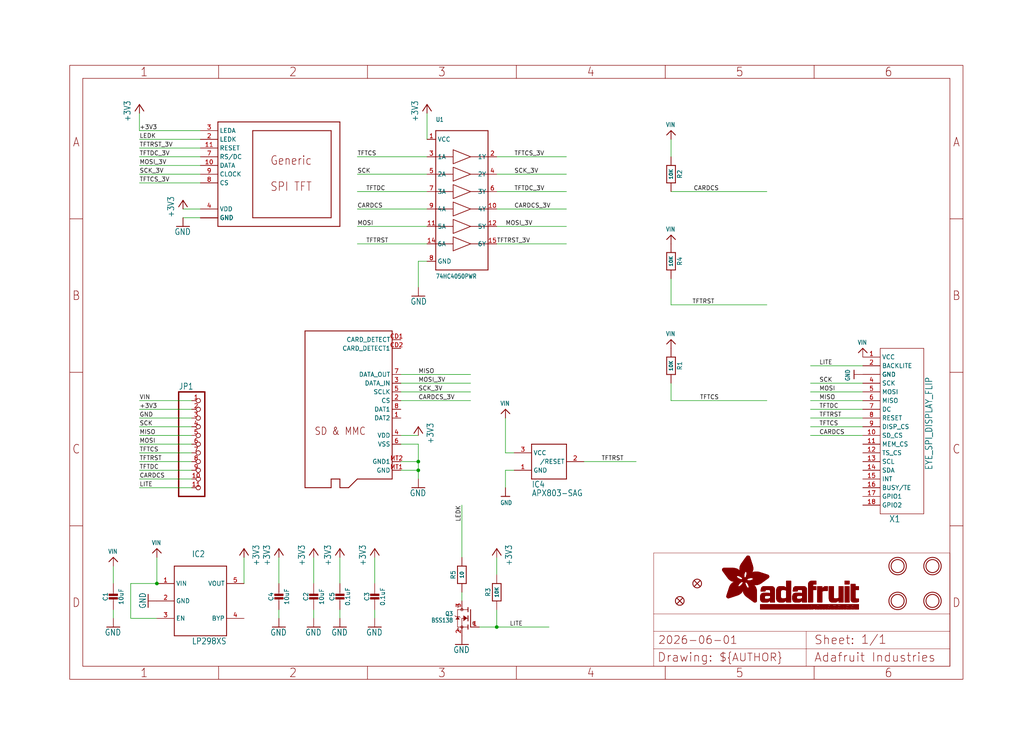
<source format=kicad_sch>
(kicad_sch (version 20230121) (generator eeschema)
  (paper "User" 298.45 217.322)
  (lib_symbols
    (symbol "working-eagle-import:+3V3" (power)
      (property "Value" "+3V3" (at -2.54 -5.08 90))
      (symbol "+3V3_1_0"
        (pin power_in line (at 0 -2.54 90) (length 2.54) (name "+3V3") (number "1"))
      )
    )
    (symbol "working-eagle-import:74HC4050DTSSOP"
      (property "Reference" "U" (at -7.62 22.86 0))
      (symbol "74HC4050DTSSOP_1_0"
        (pin bidirectional line (at -10.16 17.78 0) (length 2.54) (name "VCC") (number "1"))
        (pin bidirectional line (at 10.16 -2.54 180) (length 2.54) (name "4Y") (number "10"))
        (pin bidirectional line (at -10.16 -7.62 0) (length 2.54) (name "5A") (number "11"))
        (pin bidirectional line (at 10.16 -7.62 180) (length 2.54) (name "5Y") (number "12"))
        (pin bidirectional line (at -10.16 -12.7 0) (length 2.54) (name "6A") (number "14"))
        (pin bidirectional line (at 10.16 -12.7 180) (length 2.54) (name "6Y") (number "15"))
        (pin bidirectional line (at 10.16 12.7 180) (length 2.54) (name "1Y") (number "2"))
        (pin bidirectional line (at -10.16 12.7 0) (length 2.54) (name "1A") (number "3"))
        (pin bidirectional line (at 10.16 7.62 180) (length 2.54) (name "2Y") (number "4"))
        (pin bidirectional line (at -10.16 7.62 0) (length 2.54) (name "2A") (number "5"))
        (pin bidirectional line (at 10.16 2.54 180) (length 2.54) (name "3Y") (number "6"))
        (pin bidirectional line (at -10.16 2.54 0) (length 2.54) (name "3A") (number "7"))
        (pin bidirectional line (at -10.16 -17.78 0) (length 2.54) (name "GND") (number "8"))
        (pin bidirectional line (at -10.16 -2.54 0) (length 2.54) (name "4A") (number "9"))
      )
    )
    (symbol "working-eagle-import:AXP083-SAG"
      (property "Reference" "IC" (at -5.08 -7.62 0))
      (symbol "AXP083-SAG_1_0"
        (pin power_in line (at -10.16 -2.54 0) (length 5.08) (name "GND") (number "1"))
        (pin output line (at 10.16 0 180) (length 5.08) (name "/RESET") (number "2"))
        (pin power_in line (at -10.16 2.54 0) (length 5.08) (name "VCC") (number "3"))
      )
    )
    (symbol "working-eagle-import:CAP_CERAMIC0603_NO"
      (property "Reference" "C" (at -2.29 1.25 90))
      (symbol "CAP_CERAMIC0603_NO_1_0"
        (pin passive line (at 0 5.08 270) (length 2.54) (name "1") (number "1"))
        (pin passive line (at 0 -2.54 90) (length 2.54) (name "2") (number "2"))
      )
    )
    (symbol "working-eagle-import:CAP_CERAMIC0805-NOOUTLINE"
      (property "Reference" "C" (at -2.29 1.25 90))
      (symbol "CAP_CERAMIC0805-NOOUTLINE_1_0"
        (pin passive line (at 0 5.08 270) (length 2.54) (name "1") (number "1"))
        (pin passive line (at 0 -2.54 90) (length 2.54) (name "2") (number "2"))
      )
    )
    (symbol "working-eagle-import:DISP_LCD_GENERIC_SPI_1.69_WRAPUNDER"
      (symbol "DISP_LCD_GENERIC_SPI_1.69_WRAPUNDER_1_0"
        (text "Generic" (at -5.08 2.54 0) (effects (font (size 2.54 2.159)) (justify left bottom)))
        (text "SPI TFT" (at -5.08 -5.08 0) (effects (font (size 2.54 2.159)) (justify left bottom)))
        (pin power_in line (at -25.4 -12.7 0) (length 5.08) (name "GND") (number "1"))
        (pin bidirectional line (at -25.4 2.54 0) (length 5.08) (name "DATA") (number "10"))
        (pin input line (at -25.4 7.62 0) (length 5.08) (name "RESET") (number "11"))
        (pin power_in line (at -25.4 -12.7 0) (length 5.08) (name "GND") (number "12"))
        (pin input line (at -25.4 10.16 0) (length 5.08) (name "LEDK") (number "2"))
        (pin input line (at -25.4 12.7 0) (length 5.08) (name "LEDA") (number "3"))
        (pin power_in line (at -25.4 -10.16 0) (length 5.08) (name "VDD") (number "4"))
        (pin power_in line (at -25.4 -12.7 0) (length 5.08) (name "GND") (number "5"))
        (pin power_in line (at -25.4 -12.7 0) (length 5.08) (name "GND") (number "6"))
        (pin input line (at -25.4 5.08 0) (length 5.08) (name "RS/DC") (number "7"))
        (pin input line (at -25.4 -2.54 0) (length 5.08) (name "CS") (number "8"))
        (pin input line (at -25.4 0 0) (length 5.08) (name "CLOCK") (number "9"))
      )
    )
    (symbol "working-eagle-import:EYE_SPI_DISPLAY_FLIP"
      (property "Reference" "X" (at 2.54 -27.94 0))
      (symbol "EYE_SPI_DISPLAY_FLIP_1_0"
        (pin power_in line (at -5.08 20.32 0) (length 5.08) (name "VCC") (number "1"))
        (pin input line (at -5.08 -2.54 0) (length 5.08) (name "SD_CS") (number "10"))
        (pin input line (at -5.08 -5.08 0) (length 5.08) (name "MEM_CS") (number "11"))
        (pin input line (at -5.08 -7.62 0) (length 5.08) (name "TS_CS") (number "12"))
        (pin input line (at -5.08 -10.16 0) (length 5.08) (name "SCL") (number "13"))
        (pin bidirectional line (at -5.08 -12.7 0) (length 5.08) (name "SDA") (number "14"))
        (pin output line (at -5.08 -15.24 0) (length 5.08) (name "INT") (number "15"))
        (pin output line (at -5.08 -17.78 0) (length 5.08) (name "BUSY/TE") (number "16"))
        (pin passive line (at -5.08 -20.32 0) (length 5.08) (name "GPIO1") (number "17"))
        (pin passive line (at -5.08 -22.86 0) (length 5.08) (name "GPIO2") (number "18"))
        (pin input line (at -5.08 17.78 0) (length 5.08) (name "BACKLITE") (number "2"))
        (pin power_in line (at -5.08 15.24 0) (length 5.08) (name "GND") (number "3"))
        (pin input line (at -5.08 12.7 0) (length 5.08) (name "SCK") (number "4"))
        (pin input line (at -5.08 10.16 0) (length 5.08) (name "MOSI") (number "5"))
        (pin output line (at -5.08 7.62 0) (length 5.08) (name "MISO") (number "6"))
        (pin input line (at -5.08 5.08 0) (length 5.08) (name "DC") (number "7"))
        (pin input line (at -5.08 2.54 0) (length 5.08) (name "RESET") (number "8"))
        (pin input line (at -5.08 0 0) (length 5.08) (name "DISP_CS") (number "9"))
        (pin power_in line (at -5.08 15.24 0) (length 5.08) (name "GND") (number "SUPPORT1"))
        (pin power_in line (at -5.08 15.24 0) (length 5.08) (name "GND") (number "SUPPORT2"))
      )
    )
    (symbol "working-eagle-import:FIDUCIAL_1MM")
    (symbol "working-eagle-import:FRAME_A4_ADAFRUIT"
      (symbol "FRAME_A4_ADAFRUIT_1_0"
        (text "${#}/${##}" (at 230.505 10.16 0) (effects (font (size 2.54 2.54)) (justify left bottom)))
        (text "${AUTHOR}" (at 189.23 5.08 0) (effects (font (size 2.286 2.286)) (justify left bottom)))
        (text "${CURRENT_DATE}" (at 171.45 10.16 0) (effects (font (size 2.286 2.286)) (justify left bottom)))
        (text "${PROJECTNAME}" (at 171.45 15.24 0) (effects (font (size 2.54 2.54)) (justify left bottom)))
        (text "1" (at 21.6958 1.905 0) (effects (font (size 2.54 2.286))))
        (text "1" (at 21.6958 177.165 0) (effects (font (size 2.54 2.286))))
        (text "2" (at 65.0875 1.905 0) (effects (font (size 2.54 2.286))))
        (text "2" (at 65.0875 177.165 0) (effects (font (size 2.54 2.286))))
        (text "3" (at 108.4792 1.905 0) (effects (font (size 2.54 2.286))))
        (text "3" (at 108.4792 177.165 0) (effects (font (size 2.54 2.286))))
        (text "4" (at 151.8708 1.905 0) (effects (font (size 2.54 2.286))))
        (text "4" (at 151.8708 177.165 0) (effects (font (size 2.54 2.286))))
        (text "5" (at 195.2625 1.905 0) (effects (font (size 2.54 2.286))))
        (text "5" (at 195.2625 177.165 0) (effects (font (size 2.54 2.286))))
        (text "6" (at 238.6542 1.905 0) (effects (font (size 2.54 2.286))))
        (text "6" (at 238.6542 177.165 0) (effects (font (size 2.54 2.286))))
        (text "A" (at 1.905 156.6863 0) (effects (font (size 2.54 2.286))))
        (text "A" (at 258.445 156.6863 0) (effects (font (size 2.54 2.286))))
        (text "Adafruit Industries" (at 216.916 4.953 0) (effects (font (size 2.54 2.54)) (justify left bottom)))
        (text "B" (at 1.905 111.9188 0) (effects (font (size 2.54 2.286))))
        (text "B" (at 258.445 111.9188 0) (effects (font (size 2.54 2.286))))
        (text "C" (at 1.905 67.1513 0) (effects (font (size 2.54 2.286))))
        (text "C" (at 258.445 67.1513 0) (effects (font (size 2.54 2.286))))
        (text "D" (at 1.905 22.3838 0) (effects (font (size 2.54 2.286))))
        (text "D" (at 258.445 22.3838 0) (effects (font (size 2.54 2.286))))
        (text "Drawing:" (at 171.196 4.953 0) (effects (font (size 2.54 2.54)) (justify left bottom)))
        (text "Sheet:" (at 216.916 10.033 0) (effects (font (size 2.54 2.54)) (justify left bottom)))
      )
    )
    (symbol "working-eagle-import:GND" (power)
      (property "Value" "GND" (at -2.54 -2.54 0))
      (symbol "GND_1_0"
        (pin power_in line (at 0 2.54 270) (length 2.54) (name "GND") (number "1"))
      )
    )
    (symbol "working-eagle-import:HEADER-1X1176MIL"
      (property "Reference" "JP" (at -6.35 15.875 0))
      (symbol "HEADER-1X1176MIL_1_0"
        (pin passive inverted (at -2.54 12.7 0) (length 2.54) (name "1") (number "1"))
        (pin passive inverted (at -2.54 -10.16 0) (length 2.54) (name "10") (number "10"))
        (pin passive inverted (at -2.54 -12.7 0) (length 2.54) (name "11") (number "11"))
        (pin passive inverted (at -2.54 10.16 0) (length 2.54) (name "2") (number "2"))
        (pin passive inverted (at -2.54 7.62 0) (length 2.54) (name "3") (number "3"))
        (pin passive inverted (at -2.54 5.08 0) (length 2.54) (name "4") (number "4"))
        (pin passive inverted (at -2.54 2.54 0) (length 2.54) (name "5") (number "5"))
        (pin passive inverted (at -2.54 0 0) (length 2.54) (name "6") (number "6"))
        (pin passive inverted (at -2.54 -2.54 0) (length 2.54) (name "7") (number "7"))
        (pin passive inverted (at -2.54 -5.08 0) (length 2.54) (name "8") (number "8"))
        (pin passive inverted (at -2.54 -7.62 0) (length 2.54) (name "9") (number "9"))
      )
    )
    (symbol "working-eagle-import:LP298XS"
      (property "Reference" "IC" (at -12.7 -5.08 90))
      (symbol "LP298XS_1_0"
        (pin bidirectional line (at -5.08 -15.24 90) (length 5.08) (name "VIN") (number "1"))
        (pin bidirectional line (at 0 -15.24 90) (length 5.08) (name "GND") (number "2"))
        (pin bidirectional line (at 5.08 -15.24 90) (length 5.08) (name "EN") (number "3"))
        (pin bidirectional line (at 5.08 10.16 270) (length 5.08) (name "BYP") (number "4"))
        (pin bidirectional line (at -5.08 10.16 270) (length 5.08) (name "VOUT") (number "5"))
      )
    )
    (symbol "working-eagle-import:MICROSD"
      (symbol "MICROSD_1_0"
        (text "SD & MMC" (at -7.62 -10.16 0) (effects (font (size 2.1844 1.8567)) (justify left bottom)))
        (pin bidirectional line (at -17.78 -5.08 0) (length 2.54) (name "DAT2") (number "1"))
        (pin input line (at -17.78 0 0) (length 2.54) (name "CS") (number "2"))
        (pin input line (at -17.78 5.08 0) (length 2.54) (name "DATA_IN") (number "3"))
        (pin power_in line (at -17.78 -10.16 0) (length 2.54) (name "VDD") (number "4"))
        (pin input line (at -17.78 2.54 0) (length 2.54) (name "SCLK") (number "5"))
        (pin power_in line (at -17.78 -12.7 0) (length 2.54) (name "VSS") (number "6"))
        (pin output line (at -17.78 7.62 0) (length 2.54) (name "DATA_OUT") (number "7"))
        (pin bidirectional line (at -17.78 -2.54 0) (length 2.54) (name "DAT1") (number "8"))
        (pin passive line (at -17.78 17.78 0) (length 2.54) (name "CARD_DETECT") (number "CD1"))
        (pin passive line (at -17.78 15.24 0) (length 2.54) (name "CARD_DETECT1") (number "CD2"))
        (pin power_in line (at -17.78 -20.32 0) (length 2.54) (name "GND") (number "MT1"))
        (pin power_in line (at -17.78 -17.78 0) (length 2.54) (name "GND1") (number "MT2"))
      )
    )
    (symbol "working-eagle-import:MOSFET-NWIDE"
      (property "Reference" "Q" (at 5.08 0.635 0))
      (symbol "MOSFET-NWIDE_1_0"
        (text "D" (at 3.175 3.175 0) (effects (font (size 0.8128 0.6908)) (justify left bottom)))
        (text "G" (at -1.27 -1.905 0) (effects (font (size 0.8128 0.6908)) (justify left bottom)))
        (text "S" (at 3.175 -3.81 0) (effects (font (size 0.8128 0.6908)) (justify left bottom)))
        (pin bidirectional line (at -2.54 -2.54 0) (length 2.54) (name "G") (number "1"))
        (pin bidirectional line (at 2.54 -5.08 90) (length 2.54) (name "S") (number "2"))
        (pin bidirectional line (at 2.54 5.08 270) (length 2.54) (name "D") (number "3"))
      )
    )
    (symbol "working-eagle-import:MOUNTINGHOLE2.5")
    (symbol "working-eagle-import:RESISTOR_0603_NOOUT"
      (property "Reference" "R" (at 0 2.54 0))
      (symbol "RESISTOR_0603_NOOUT_1_0"
        (pin passive line (at -5.08 0 0) (length 2.54) (name "1") (number "1"))
        (pin passive line (at 5.08 0 180) (length 2.54) (name "2") (number "2"))
      )
    )
    (symbol "working-eagle-import:VIN" (power)
      (property "Value" "VIN" (at -1.524 1.016 0))
      (symbol "VIN_1_0"
        (pin power_in line (at 0 -2.54 90) (length 2.54) (name "VIN") (number "1"))
      )
    )
    (symbol "working-eagle-import:microbuilder_GND" (power)
      (property "Value" "microbuilder_GND" (at -1.524 -2.54 0))
      (symbol "microbuilder_GND_1_0"
        (pin power_in line (at 0 2.54 270) (length 2.54) (name "GND") (number "1"))
      )
    )
  )
  (junction (at 45.72 170.18))
  (junction (at 121.92 137.16))
  (junction (at 144.78 182.88))
  (junction (at 121.92 134.62))
  (wire (pts (xy 58.42 53.34) (xy 40.64 53.34)) (stroke (width 0.1524)))
  (wire (pts (xy 104.14 50.8) (xy 124.46 50.8)) (stroke (width 0.1524)))
  (wire (pts (xy 45.72 162.56) (xy 45.72 170.18)) (stroke (width 0.1524)))
  (wire (pts (xy 149.86 132.08) (xy 147.32 132.08)) (stroke (width 0.1524)))
  (wire (pts (xy 104.14 71.12) (xy 124.46 71.12)) (stroke (width 0.1524)))
  (wire (pts (xy 55.88 121.92) (xy 40.64 121.92)) (stroke (width 0.1524)))
  (wire (pts (xy 40.64 127) (xy 55.88 127)) (stroke (width 0.1524)))
  (wire (pts (xy 38.1 170.18) (xy 45.72 170.18)) (stroke (width 0.1524)))
  (wire (pts (xy 236.22 124.46) (xy 251.46 124.46)) (stroke (width 0.1524)))
  (wire (pts (xy 137.16 116.84) (xy 116.84 116.84)) (stroke (width 0.1524)))
  (wire (pts (xy 91.44 162.56) (xy 91.44 170.18)) (stroke (width 0.1524)))
  (wire (pts (xy 195.58 88.9) (xy 195.58 81.28)) (stroke (width 0.1524)))
  (wire (pts (xy 71.12 162.56) (xy 71.12 170.18)) (stroke (width 0.1524)))
  (wire (pts (xy 116.84 137.16) (xy 121.92 137.16)) (stroke (width 0.1524)))
  (wire (pts (xy 99.06 162.56) (xy 99.06 170.18)) (stroke (width 0.1524)))
  (wire (pts (xy 137.16 114.3) (xy 116.84 114.3)) (stroke (width 0.1524)))
  (wire (pts (xy 236.22 116.84) (xy 251.46 116.84)) (stroke (width 0.1524)))
  (wire (pts (xy 251.46 111.76) (xy 236.22 111.76)) (stroke (width 0.1524)))
  (wire (pts (xy 53.34 63.5) (xy 58.42 63.5)) (stroke (width 0.1524)))
  (wire (pts (xy 251.46 127) (xy 236.22 127)) (stroke (width 0.1524)))
  (wire (pts (xy 104.14 55.88) (xy 124.46 55.88)) (stroke (width 0.1524)))
  (wire (pts (xy 195.58 88.9) (xy 223.52 88.9)) (stroke (width 0.1524)))
  (wire (pts (xy 55.88 129.54) (xy 40.64 129.54)) (stroke (width 0.1524)))
  (wire (pts (xy 195.58 116.84) (xy 195.58 111.76)) (stroke (width 0.1524)))
  (wire (pts (xy 147.32 142.24) (xy 147.32 137.16)) (stroke (width 0.1524)))
  (wire (pts (xy 251.46 114.3) (xy 236.22 114.3)) (stroke (width 0.1524)))
  (wire (pts (xy 251.46 119.38) (xy 236.22 119.38)) (stroke (width 0.1524)))
  (wire (pts (xy 165.1 55.88) (xy 144.78 55.88)) (stroke (width 0.1524)))
  (wire (pts (xy 55.88 139.7) (xy 40.64 139.7)) (stroke (width 0.1524)))
  (wire (pts (xy 147.32 121.92) (xy 147.32 132.08)) (stroke (width 0.1524)))
  (wire (pts (xy 109.22 162.56) (xy 109.22 170.18)) (stroke (width 0.1524)))
  (wire (pts (xy 144.78 66.04) (xy 165.1 66.04)) (stroke (width 0.1524)))
  (wire (pts (xy 121.92 127) (xy 116.84 127)) (stroke (width 0.1524)))
  (wire (pts (xy 195.58 116.84) (xy 223.52 116.84)) (stroke (width 0.1524)))
  (wire (pts (xy 33.02 165.1) (xy 33.02 170.18)) (stroke (width 0.1524)))
  (wire (pts (xy 147.32 137.16) (xy 149.86 137.16)) (stroke (width 0.1524)))
  (wire (pts (xy 58.42 40.64) (xy 40.64 40.64)) (stroke (width 0.1524)))
  (wire (pts (xy 160.02 182.88) (xy 144.78 182.88)) (stroke (width 0.1524)))
  (wire (pts (xy 40.64 50.8) (xy 58.42 50.8)) (stroke (width 0.1524)))
  (wire (pts (xy 144.78 45.72) (xy 165.1 45.72)) (stroke (width 0.1524)))
  (wire (pts (xy 121.92 137.16) (xy 121.92 139.7)) (stroke (width 0.1524)))
  (wire (pts (xy 55.88 134.62) (xy 40.64 134.62)) (stroke (width 0.1524)))
  (wire (pts (xy 104.14 66.04) (xy 124.46 66.04)) (stroke (width 0.1524)))
  (wire (pts (xy 40.64 119.38) (xy 55.88 119.38)) (stroke (width 0.1524)))
  (wire (pts (xy 55.88 116.84) (xy 40.64 116.84)) (stroke (width 0.1524)))
  (wire (pts (xy 124.46 45.72) (xy 104.14 45.72)) (stroke (width 0.1524)))
  (wire (pts (xy 81.28 162.56) (xy 81.28 170.18)) (stroke (width 0.1524)))
  (wire (pts (xy 144.78 71.12) (xy 165.1 71.12)) (stroke (width 0.1524)))
  (wire (pts (xy 55.88 137.16) (xy 40.64 137.16)) (stroke (width 0.1524)))
  (wire (pts (xy 33.02 180.34) (xy 33.02 177.8)) (stroke (width 0.1524)))
  (wire (pts (xy 170.18 134.62) (xy 185.42 134.62)) (stroke (width 0.1524)))
  (wire (pts (xy 81.28 180.34) (xy 81.28 177.8)) (stroke (width 0.1524)))
  (wire (pts (xy 58.42 45.72) (xy 40.64 45.72)) (stroke (width 0.1524)))
  (wire (pts (xy 55.88 124.46) (xy 40.64 124.46)) (stroke (width 0.1524)))
  (wire (pts (xy 116.84 109.22) (xy 137.16 109.22)) (stroke (width 0.1524)))
  (wire (pts (xy 223.52 55.88) (xy 195.58 55.88)) (stroke (width 0.1524)))
  (wire (pts (xy 58.42 60.96) (xy 53.34 60.96)) (stroke (width 0.1524)))
  (wire (pts (xy 99.06 180.34) (xy 99.06 177.8)) (stroke (width 0.1524)))
  (wire (pts (xy 121.92 134.62) (xy 121.92 137.16)) (stroke (width 0.1524)))
  (wire (pts (xy 134.62 147.32) (xy 134.62 162.56)) (stroke (width 0.1524)))
  (wire (pts (xy 40.64 132.08) (xy 55.88 132.08)) (stroke (width 0.1524)))
  (wire (pts (xy 116.84 129.54) (xy 121.92 129.54)) (stroke (width 0.1524)))
  (wire (pts (xy 121.92 76.2) (xy 121.92 83.82)) (stroke (width 0.1524)))
  (wire (pts (xy 165.1 50.8) (xy 144.78 50.8)) (stroke (width 0.1524)))
  (wire (pts (xy 139.7 182.88) (xy 144.78 182.88)) (stroke (width 0.1524)))
  (wire (pts (xy 104.14 60.96) (xy 124.46 60.96)) (stroke (width 0.1524)))
  (wire (pts (xy 124.46 76.2) (xy 121.92 76.2)) (stroke (width 0.1524)))
  (wire (pts (xy 124.46 40.64) (xy 124.46 33.02)) (stroke (width 0.1524)))
  (wire (pts (xy 58.42 43.18) (xy 40.64 43.18)) (stroke (width 0.1524)))
  (wire (pts (xy 58.42 48.26) (xy 40.64 48.26)) (stroke (width 0.1524)))
  (wire (pts (xy 144.78 182.88) (xy 144.78 177.8)) (stroke (width 0.1524)))
  (wire (pts (xy 38.1 180.34) (xy 38.1 170.18)) (stroke (width 0.1524)))
  (wire (pts (xy 251.46 121.92) (xy 236.22 121.92)) (stroke (width 0.1524)))
  (wire (pts (xy 195.58 45.72) (xy 195.58 40.64)) (stroke (width 0.1524)))
  (wire (pts (xy 116.84 134.62) (xy 121.92 134.62)) (stroke (width 0.1524)))
  (wire (pts (xy 58.42 38.1) (xy 40.64 38.1)) (stroke (width 0.1524)))
  (wire (pts (xy 109.22 180.34) (xy 109.22 177.8)) (stroke (width 0.1524)))
  (wire (pts (xy 40.64 33.02) (xy 40.64 38.1)) (stroke (width 0.1524)))
  (wire (pts (xy 134.62 172.72) (xy 134.62 175.26)) (stroke (width 0.1524)))
  (wire (pts (xy 137.16 111.76) (xy 116.84 111.76)) (stroke (width 0.1524)))
  (wire (pts (xy 91.44 180.34) (xy 91.44 177.8)) (stroke (width 0.1524)))
  (wire (pts (xy 121.92 129.54) (xy 121.92 134.62)) (stroke (width 0.1524)))
  (wire (pts (xy 251.46 106.68) (xy 236.22 106.68)) (stroke (width 0.1524)))
  (wire (pts (xy 144.78 162.56) (xy 144.78 167.64)) (stroke (width 0.1524)))
  (wire (pts (xy 55.88 142.24) (xy 40.64 142.24)) (stroke (width 0.1524)))
  (wire (pts (xy 45.72 180.34) (xy 38.1 180.34)) (stroke (width 0.1524)))
  (wire (pts (xy 165.1 60.96) (xy 144.78 60.96)) (stroke (width 0.1524)))
  (label "LEDK" (at 40.64 40.64 0) (effects (font (size 1.2446 1.2446))))
  (label "TFTCS_3V" (at 149.86 45.72 0) (effects (font (size 1.2446 1.2446))))
  (label "TFTRST" (at 106.68 71.12 0) (effects (font (size 1.2446 1.2446))))
  (label "CARDCS_3V" (at 149.86 60.96 0) (effects (font (size 1.2446 1.2446))))
  (label "+3V3" (at 40.64 119.38 0) (effects (font (size 1.2446 1.2446))))
  (label "MISO" (at 40.64 127 0) (effects (font (size 1.2446 1.2446))))
  (label "TFTRST" (at 40.64 134.62 0) (effects (font (size 1.2446 1.2446))))
  (label "TFTDC_3V" (at 40.64 45.72 0) (effects (font (size 1.2446 1.2446))))
  (label "CARDCS" (at 209.55 55.88 180) (effects (font (size 1.2446 1.2446))))
  (label "TFTDC" (at 40.64 137.16 0) (effects (font (size 1.2446 1.2446))))
  (label "MOSI_3V" (at 40.64 48.26 0) (effects (font (size 1.2446 1.2446))))
  (label "MOSI_3V" (at 147.32 66.04 0) (effects (font (size 1.2446 1.2446))))
  (label "MOSI" (at 104.14 66.04 0) (effects (font (size 1.2446 1.2446))))
  (label "GND" (at 40.64 121.92 0) (effects (font (size 1.2446 1.2446))))
  (label "TFTCS" (at 238.76 124.46 0) (effects (font (size 1.2446 1.2446))))
  (label "TFTCS" (at 104.14 45.72 0) (effects (font (size 1.2446 1.2446))))
  (label "VIN" (at 40.64 116.84 0) (effects (font (size 1.2446 1.2446))))
  (label "MOSI_3V" (at 121.92 111.76 0) (effects (font (size 1.2446 1.2446))))
  (label "LITE" (at 238.76 106.68 0) (effects (font (size 1.2446 1.2446))))
  (label "SCK" (at 104.14 50.8 0) (effects (font (size 1.2446 1.2446))))
  (label "TFTDC" (at 106.68 55.88 0) (effects (font (size 1.2446 1.2446))))
  (label "MOSI" (at 238.76 114.3 0) (effects (font (size 1.2446 1.2446))))
  (label "LEDK" (at 134.62 147.32 270) (effects (font (size 1.2446 1.2446))))
  (label "SCK_3V" (at 149.86 50.8 0) (effects (font (size 1.2446 1.2446))))
  (label "TFTRST" (at 208.28 88.9 180) (effects (font (size 1.2446 1.2446))))
  (label "TFTRST" (at 238.76 121.92 0) (effects (font (size 1.2446 1.2446))))
  (label "SCK_3V" (at 121.92 114.3 0) (effects (font (size 1.2446 1.2446))))
  (label "SCK" (at 40.64 124.46 0) (effects (font (size 1.2446 1.2446))))
  (label "TFTCS_3V" (at 40.64 53.34 0) (effects (font (size 1.2446 1.2446))))
  (label "+3V3" (at 40.64 38.1 0) (effects (font (size 1.2446 1.2446))))
  (label "MISO" (at 121.92 109.22 0) (effects (font (size 1.2446 1.2446))))
  (label "TFTDC" (at 238.76 119.38 0) (effects (font (size 1.2446 1.2446))))
  (label "CARDCS" (at 238.76 127 0) (effects (font (size 1.2446 1.2446))))
  (label "LITE" (at 152.4 182.88 180) (effects (font (size 1.2446 1.2446))))
  (label "CARDCS" (at 104.14 60.96 0) (effects (font (size 1.2446 1.2446))))
  (label "TFTRST_3V" (at 40.64 43.18 0) (effects (font (size 1.2446 1.2446))))
  (label "TFTRST" (at 175.26 134.62 0) (effects (font (size 1.2446 1.2446))))
  (label "TFTCS" (at 40.64 132.08 0) (effects (font (size 1.2446 1.2446))))
  (label "LITE" (at 40.64 142.24 0) (effects (font (size 1.2446 1.2446))))
  (label "MOSI" (at 40.64 129.54 0) (effects (font (size 1.2446 1.2446))))
  (label "CARDCS_3V" (at 121.92 116.84 0) (effects (font (size 1.2446 1.2446))))
  (label "TFTDC_3V" (at 149.86 55.88 0) (effects (font (size 1.2446 1.2446))))
  (label "SCK" (at 238.76 111.76 0) (effects (font (size 1.2446 1.2446))))
  (label "TFTRST_3V" (at 144.78 71.12 0) (effects (font (size 1.2446 1.2446))))
  (label "CARDCS" (at 40.64 139.7 0) (effects (font (size 1.2446 1.2446))))
  (label "SCK_3V" (at 40.64 50.8 0) (effects (font (size 1.2446 1.2446))))
  (label "MISO" (at 238.76 116.84 0) (effects (font (size 1.2446 1.2446))))
  (label "TFTCS" (at 209.55 116.84 180) (effects (font (size 1.2446 1.2446))))
  (symbol (lib_id "working-eagle-import:+3V3") (at 53.34 58.42 0) (unit 1)
    (property "Reference" "#+3V7" (effects hide))
    (property "Value" "+3V3" (at 50.8 63.5 90) (effects (font (size 1.778 1.5113)) (justify left bottom)))
  )
  (symbol (lib_id "working-eagle-import:MOUNTINGHOLE2.5") (at 261.62 175.26 0) (unit 1)
    (property "Reference" "U$7" (effects hide))
    (property "Value" "MOUNTINGHOLE2.5" (effects hide))
    (property "Footprint" "working:MOUNTINGHOLE_2.5_PLATED" (effects hide))
  )
  (symbol (lib_id "working-eagle-import:CAP_CERAMIC0805-NOOUTLINE") (at 91.44 175.26 0) (unit 1)
    (property "Reference" "C2" (at 89.15 174.01 90))
    (property "Value" "10uF" (at 93.74 174.01 90))
    (property "Footprint" "working:0805-NO" (effects hide))
  )
  (symbol (lib_id "working-eagle-import:GND") (at 99.06 182.88 0) (unit 1)
    (property "Reference" "#GND6" (effects hide))
    (property "Value" "GND" (at 96.52 185.42 0) (effects (font (size 1.778 1.5113)) (justify left bottom)))
  )
  (symbol (lib_id "working-eagle-import:GND") (at 109.22 182.88 0) (unit 1)
    (property "Reference" "#GND4" (effects hide))
    (property "Value" "GND" (at 106.68 185.42 0) (effects (font (size 1.778 1.5113)) (justify left bottom)))
  )
  (symbol (lib_id "working-eagle-import:RESISTOR_0603_NOOUT") (at 195.58 50.8 270) (mirror x) (unit 1)
    (property "Reference" "R2" (at 198.12 50.8 0))
    (property "Value" "10K" (at 195.58 50.8 0) (effects (font (size 1.016 1.016) bold)))
    (property "Footprint" "working:0603-NO" (effects hide))
  )
  (symbol (lib_id "working-eagle-import:VIN") (at 45.72 160.02 0) (unit 1)
    (property "Reference" "#U$12" (effects hide))
    (property "Value" "VIN" (at 44.196 159.004 0) (effects (font (size 1.27 1.0795)) (justify left bottom)))
  )
  (symbol (lib_id "working-eagle-import:+3V3") (at 121.92 124.46 0) (mirror y) (unit 1)
    (property "Reference" "#+3V4" (effects hide))
    (property "Value" "+3V3" (at 124.46 129.54 90) (effects (font (size 1.778 1.5113)) (justify left bottom)))
  )
  (symbol (lib_id "working-eagle-import:GND") (at 81.28 182.88 0) (unit 1)
    (property "Reference" "#GND13" (effects hide))
    (property "Value" "GND" (at 78.74 185.42 0) (effects (font (size 1.778 1.5113)) (justify left bottom)))
  )
  (symbol (lib_id "working-eagle-import:+3V3") (at 91.44 160.02 0) (unit 1)
    (property "Reference" "#+3V6" (effects hide))
    (property "Value" "+3V3" (at 88.9 165.1 90) (effects (font (size 1.778 1.5113)) (justify left bottom)))
  )
  (symbol (lib_id "working-eagle-import:CAP_CERAMIC0603_NO") (at 109.22 175.26 0) (unit 1)
    (property "Reference" "C3" (at 106.93 174.01 90))
    (property "Value" "0.1uF" (at 111.52 174.01 90))
    (property "Footprint" "working:0603-NO" (effects hide))
  )
  (symbol (lib_id "working-eagle-import:MOUNTINGHOLE2.5") (at 261.62 165.1 0) (unit 1)
    (property "Reference" "U$10" (effects hide))
    (property "Value" "MOUNTINGHOLE2.5" (effects hide))
    (property "Footprint" "working:MOUNTINGHOLE_2.5_PLATED" (effects hide))
  )
  (symbol (lib_id "working-eagle-import:RESISTOR_0603_NOOUT") (at 195.58 76.2 270) (mirror x) (unit 1)
    (property "Reference" "R4" (at 198.12 76.2 0))
    (property "Value" "10K" (at 195.58 76.2 0) (effects (font (size 1.016 1.016) bold)))
    (property "Footprint" "working:0603-NO" (effects hide))
  )
  (symbol (lib_id "working-eagle-import:MOUNTINGHOLE2.5") (at 271.78 165.1 0) (unit 1)
    (property "Reference" "U$8" (effects hide))
    (property "Value" "MOUNTINGHOLE2.5" (effects hide))
    (property "Footprint" "working:MOUNTINGHOLE_2.5_PLATED" (effects hide))
  )
  (symbol (lib_id "working-eagle-import:GND") (at 121.92 142.24 0) (unit 1)
    (property "Reference" "#GND1" (effects hide))
    (property "Value" "GND" (at 119.38 144.78 0) (effects (font (size 1.778 1.5113)) (justify left bottom)))
  )
  (symbol (lib_id "working-eagle-import:74HC4050DTSSOP") (at 134.62 58.42 0) (unit 1)
    (property "Reference" "U1" (at 127 35.56 0) (effects (font (size 1.27 1.0795)) (justify left bottom)))
    (property "Value" "74HC4050PWR" (at 127 81.28 0) (effects (font (size 1.27 1.0795)) (justify left bottom)))
    (property "Footprint" "working:TSSOP16" (effects hide))
  )
  (symbol (lib_id "working-eagle-import:VIN") (at 195.58 68.58 0) (unit 1)
    (property "Reference" "#U$15" (effects hide))
    (property "Value" "VIN" (at 194.056 67.564 0) (effects (font (size 1.27 1.0795)) (justify left bottom)))
  )
  (symbol (lib_id "working-eagle-import:GND") (at 121.92 86.36 0) (mirror y) (unit 1)
    (property "Reference" "#GND7" (effects hide))
    (property "Value" "GND" (at 124.46 88.9 0) (effects (font (size 1.778 1.5113)) (justify left bottom)))
  )
  (symbol (lib_id "working-eagle-import:+3V3") (at 109.22 160.02 0) (unit 1)
    (property "Reference" "#+3V10" (effects hide))
    (property "Value" "+3V3" (at 106.68 165.1 90) (effects (font (size 1.778 1.5113)) (justify left bottom)))
  )
  (symbol (lib_id "working-eagle-import:microbuilder_GND") (at 147.32 144.78 0) (unit 1)
    (property "Reference" "#U$11" (effects hide))
    (property "Value" "GND" (at 145.796 147.32 0) (effects (font (size 1.27 1.0795)) (justify left bottom)))
  )
  (symbol (lib_id "working-eagle-import:VIN") (at 251.46 101.6 0) (unit 1)
    (property "Reference" "#U$3" (effects hide))
    (property "Value" "VIN" (at 249.936 100.584 0) (effects (font (size 1.27 1.0795)) (justify left bottom)))
  )
  (symbol (lib_id "working-eagle-import:RESISTOR_0603_NOOUT") (at 195.58 106.68 270) (mirror x) (unit 1)
    (property "Reference" "R1" (at 198.12 106.68 0))
    (property "Value" "10K" (at 195.58 106.68 0) (effects (font (size 1.016 1.016) bold)))
    (property "Footprint" "working:0603-NO" (effects hide))
  )
  (symbol (lib_id "working-eagle-import:RESISTOR_0603_NOOUT") (at 134.62 167.64 90) (unit 1)
    (property "Reference" "R5" (at 132.08 167.64 0))
    (property "Value" "10" (at 134.62 167.64 0) (effects (font (size 1.016 1.016) bold)))
    (property "Footprint" "working:0603-NO" (effects hide))
  )
  (symbol (lib_id "working-eagle-import:+3V3") (at 124.46 30.48 0) (unit 1)
    (property "Reference" "#+3V12" (effects hide))
    (property "Value" "+3V3" (at 121.92 35.56 90) (effects (font (size 1.778 1.5113)) (justify left bottom)))
  )
  (symbol (lib_id "working-eagle-import:VIN") (at 147.32 119.38 0) (unit 1)
    (property "Reference" "#U$17" (effects hide))
    (property "Value" "VIN" (at 145.796 118.364 0) (effects (font (size 1.27 1.0795)) (justify left bottom)))
  )
  (symbol (lib_id "working-eagle-import:GND") (at 134.62 187.96 0) (unit 1)
    (property "Reference" "#GND5" (effects hide))
    (property "Value" "GND" (at 132.08 190.5 0) (effects (font (size 1.778 1.5113)) (justify left bottom)))
  )
  (symbol (lib_id "working-eagle-import:VIN") (at 195.58 38.1 0) (unit 1)
    (property "Reference" "#U$14" (effects hide))
    (property "Value" "VIN" (at 194.056 37.084 0) (effects (font (size 1.27 1.0795)) (justify left bottom)))
  )
  (symbol (lib_id "working-eagle-import:microbuilder_GND") (at 248.92 109.22 270) (unit 1)
    (property "Reference" "#U$18" (effects hide))
    (property "Value" "GND" (at 246.38 107.696 0) (effects (font (size 1.27 1.0795)) (justify left bottom)))
  )
  (symbol (lib_id "working-eagle-import:CAP_CERAMIC0805-NOOUTLINE") (at 33.02 175.26 0) (unit 1)
    (property "Reference" "C1" (at 30.73 174.01 90))
    (property "Value" "10uF" (at 35.32 174.01 90))
    (property "Footprint" "working:0805-NO" (effects hide))
  )
  (symbol (lib_id "working-eagle-import:CAP_CERAMIC0805-NOOUTLINE") (at 81.28 175.26 0) (unit 1)
    (property "Reference" "C4" (at 78.99 174.01 90))
    (property "Value" "10uF" (at 83.58 174.01 90))
    (property "Footprint" "working:0805-NO" (effects hide))
  )
  (symbol (lib_id "working-eagle-import:AXP083-SAG") (at 160.02 134.62 0) (unit 1)
    (property "Reference" "IC4" (at 154.94 142.24 0) (effects (font (size 1.778 1.5113)) (justify left bottom)))
    (property "Value" "APX803-SAG" (at 154.94 144.78 0) (effects (font (size 1.778 1.5113)) (justify left bottom)))
    (property "Footprint" "working:SOT23" (effects hide))
  )
  (symbol (lib_id "working-eagle-import:FIDUCIAL_1MM") (at 203.2 170.18 0) (unit 1)
    (property "Reference" "U$5" (effects hide))
    (property "Value" "FIDUCIAL_1MM" (effects hide))
    (property "Footprint" "working:FIDUCIAL_1MM" (effects hide))
  )
  (symbol (lib_id "working-eagle-import:FRAME_A4_ADAFRUIT") (at 20.32 198.12 0) (unit 1)
    (property "Reference" "#U$6" (effects hide))
    (property "Value" "FRAME_A4_ADAFRUIT" (effects hide))
  )
  (symbol (lib_id "working-eagle-import:+3V3") (at 81.28 160.02 0) (unit 1)
    (property "Reference" "#+3V8" (effects hide))
    (property "Value" "+3V3" (at 78.74 165.1 90) (effects (font (size 1.778 1.5113)) (justify left bottom)))
  )
  (symbol (lib_id "working-eagle-import:GND") (at 33.02 182.88 0) (unit 1)
    (property "Reference" "#GND12" (effects hide))
    (property "Value" "GND" (at 30.48 185.42 0) (effects (font (size 1.778 1.5113)) (justify left bottom)))
  )
  (symbol (lib_id "working-eagle-import:MOSFET-NWIDE") (at 137.16 180.34 0) (mirror y) (unit 1)
    (property "Reference" "Q3" (at 132.08 179.705 0) (effects (font (size 1.27 1.0795)) (justify left bottom)))
    (property "Value" "BSS138" (at 132.08 181.61 0) (effects (font (size 1.27 1.0795)) (justify left bottom)))
    (property "Footprint" "working:SOT23-WIDE" (effects hide))
  )
  (symbol (lib_id "working-eagle-import:MICROSD") (at 99.06 116.84 0) (mirror y) (unit 1)
    (property "Reference" "Q2" (effects hide))
    (property "Value" "MICROSD" (effects hide))
    (property "Footprint" "working:MICROSD" (effects hide))
  )
  (symbol (lib_id "working-eagle-import:EYE_SPI_DISPLAY_FLIP") (at 256.54 124.46 0) (unit 1)
    (property "Reference" "X1" (at 259.08 152.4 0) (effects (font (size 1.9304 1.6408)) (justify left bottom)))
    (property "Value" "EYE_SPI_DISPLAY_FLIP" (at 271.78 137.16 90) (effects (font (size 1.9304 1.6408)) (justify left bottom)))
    (property "Footprint" "working:EYE_SPI_DISPLAY_BOTCONTACT" (effects hide))
  )
  (symbol (lib_id "working-eagle-import:GND") (at 43.18 175.26 270) (unit 1)
    (property "Reference" "#GND9" (effects hide))
    (property "Value" "GND" (at 40.64 172.72 0) (effects (font (size 1.778 1.5113)) (justify left bottom)))
  )
  (symbol (lib_id "working-eagle-import:GND") (at 53.34 66.04 0) (unit 1)
    (property "Reference" "#GND8" (effects hide))
    (property "Value" "GND" (at 50.8 68.58 0) (effects (font (size 1.778 1.5113)) (justify left bottom)))
  )
  (symbol (lib_id "working-eagle-import:+3V3") (at 71.12 160.02 0) (mirror y) (unit 1)
    (property "Reference" "#+3V2" (effects hide))
    (property "Value" "+3V3" (at 73.66 165.1 90) (effects (font (size 1.778 1.5113)) (justify left bottom)))
  )
  (symbol (lib_id "working-eagle-import:+3V3") (at 144.78 160.02 0) (mirror y) (unit 1)
    (property "Reference" "#+3V9" (effects hide))
    (property "Value" "+3V3" (at 147.32 165.1 90) (effects (font (size 1.778 1.5113)) (justify left bottom)))
  )
  (symbol (lib_id "working-eagle-import:RESISTOR_0603_NOOUT") (at 144.78 172.72 90) (unit 1)
    (property "Reference" "R3" (at 142.24 172.72 0))
    (property "Value" "10K" (at 144.78 172.72 0) (effects (font (size 1.016 1.016) bold)))
    (property "Footprint" "working:0603-NO" (effects hide))
  )
  (symbol (lib_id "working-eagle-import:MOUNTINGHOLE2.5") (at 271.78 175.26 0) (unit 1)
    (property "Reference" "U$9" (effects hide))
    (property "Value" "MOUNTINGHOLE2.5" (effects hide))
    (property "Footprint" "working:MOUNTINGHOLE_2.5_PLATED" (effects hide))
  )
  (symbol (lib_id "working-eagle-import:GND") (at 91.44 182.88 0) (unit 1)
    (property "Reference" "#GND11" (effects hide))
    (property "Value" "GND" (at 88.9 185.42 0) (effects (font (size 1.778 1.5113)) (justify left bottom)))
  )
  (symbol (lib_id "working-eagle-import:+3V3") (at 40.64 30.48 0) (unit 1)
    (property "Reference" "#+3V13" (effects hide))
    (property "Value" "+3V3" (at 38.1 35.56 90) (effects (font (size 1.778 1.5113)) (justify left bottom)))
  )
  (symbol (lib_id "working-eagle-import:+3V3") (at 99.06 160.02 0) (unit 1)
    (property "Reference" "#+3V11" (effects hide))
    (property "Value" "+3V3" (at 96.52 165.1 90) (effects (font (size 1.778 1.5113)) (justify left bottom)))
  )
  (symbol (lib_id "working-eagle-import:VIN") (at 33.02 162.56 0) (unit 1)
    (property "Reference" "#U$13" (effects hide))
    (property "Value" "VIN" (at 31.496 161.544 0) (effects (font (size 1.27 1.0795)) (justify left bottom)))
  )
  (symbol (lib_id "working-eagle-import:CAP_CERAMIC0603_NO") (at 99.06 175.26 0) (unit 1)
    (property "Reference" "C5" (at 96.77 174.01 90))
    (property "Value" "0.1uF" (at 101.36 174.01 90))
    (property "Footprint" "working:0603-NO" (effects hide))
  )
  (symbol (lib_id "working-eagle-import:DISP_LCD_GENERIC_SPI_1.69_WRAPUNDER") (at 83.82 50.8 0) (unit 1)
    (property "Reference" "DISP1" (effects hide))
    (property "Value" "DISP_LCD_GENERIC_SPI_1.69_WRAPUNDER" (effects hide))
    (property "Footprint" "working:TFT_1.69IN_240X280_12P" (effects hide))
  )
  (symbol (lib_id "working-eagle-import:VIN") (at 195.58 99.06 0) (unit 1)
    (property "Reference" "#U$16" (effects hide))
    (property "Value" "VIN" (at 194.056 98.044 0) (effects (font (size 1.27 1.0795)) (justify left bottom)))
  )
  (symbol (lib_id "working-eagle-import:LP298XS") (at 60.96 175.26 270) (unit 1)
    (property "Reference" "IC2" (at 55.88 162.56 90) (effects (font (size 1.778 1.5113)) (justify left bottom)))
    (property "Value" "LP298XS" (at 55.88 187.96 90) (effects (font (size 1.778 1.5113)) (justify left bottom)))
    (property "Footprint" "working:SOT23-5L" (effects hide))
  )
  (symbol (lib_id "working-eagle-import:HEADER-1X1176MIL") (at 58.42 129.54 0) (unit 1)
    (property "Reference" "JP1" (at 52.07 113.665 0) (effects (font (size 1.778 1.5113)) (justify left bottom)))
    (property "Value" "HEADER-1X1176MIL" (effects hide))
    (property "Footprint" "working:1X11_ROUND_76" (effects hide))
  )
  (symbol (lib_id "working-eagle-import:FIDUCIAL_1MM") (at 198.12 175.26 0) (unit 1)
    (property "Reference" "U$4" (effects hide))
    (property "Value" "FIDUCIAL_1MM" (effects hide))
    (property "Footprint" "working:FIDUCIAL_1MM" (effects hide))
  )
)
</source>
